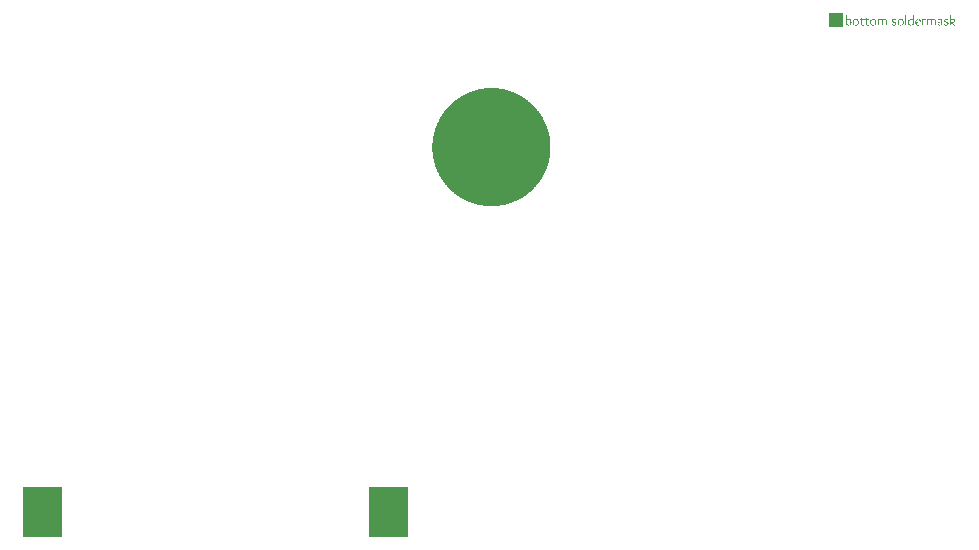
<source format=gbs>
G04                                                      *
G04 Greetings!                                           *
G04 This Gerber was generated by PCBmodE, an open source *
G04 PCB design software. Get it here:                    *
G04                                                      *
G04   http://pcbmode.com                                 *
G04                                                      *
G04 Also visit                                           *
G04                                                      *
G04   http://boldport.com                                *
G04                                                      *
G04 and follow @boldport / @pcbmode for updates!         *
G04                                                      *

G04 leading zeros omitted (L); absolute data (A); 6 integer digits and 6 fractional digits *
%FSLAX66Y66*%

G04 mode (MO): millimeters (MM) *
%MOMM*%

G04 Aperture definitions *
%ADD10C,0.001X*%
%ADD11C,0.001X*%

%LPD*%
G36*
G01X65754703Y-50496785D02*
G01X62504703Y-50496785D01*
G01X62504703Y-54746785D01*
G01X65754703Y-54746785D01*
G01X65754703Y-50496785D01*
G37*
G36*
G01X33204703Y-54746785D02*
G01X36454703Y-54746785D01*
G01X36454703Y-50496785D01*
G01X33204703Y-50496785D01*
G01X33204703Y-54746785D01*
G37*
G36*
G01X72836896Y-26735612D02*
G01X72836896Y-26735612D01*
G01X72754212Y-26734943D01*
G01X72671852Y-26732940D01*
G01X72589826Y-26729615D01*
G01X72508145Y-26724977D01*
G01X72426819Y-26719038D01*
G01X72345857Y-26711806D01*
G01X72265272Y-26703294D01*
G01X72185072Y-26693510D01*
G01X72105268Y-26682466D01*
G01X72025870Y-26670171D01*
G01X71946889Y-26656636D01*
G01X71868336Y-26641871D01*
G01X71790219Y-26625886D01*
G01X71712550Y-26608692D01*
G01X71635338Y-26590299D01*
G01X71558595Y-26570717D01*
G01X71482330Y-26549957D01*
G01X71406554Y-26528029D01*
G01X71331277Y-26504943D01*
G01X71256510Y-26480709D01*
G01X71182261Y-26455338D01*
G01X71108543Y-26428840D01*
G01X71035365Y-26401226D01*
G01X70962737Y-26372505D01*
G01X70890671Y-26342688D01*
G01X70819175Y-26311785D01*
G01X70748261Y-26279807D01*
G01X70677938Y-26246763D01*
G01X70608217Y-26212665D01*
G01X70539108Y-26177522D01*
G01X70470622Y-26141344D01*
G01X70402769Y-26104143D01*
G01X70335559Y-26065928D01*
G01X70269003Y-26026709D01*
G01X70203110Y-25986498D01*
G01X70137891Y-25945303D01*
G01X70073356Y-25903136D01*
G01X70009516Y-25860007D01*
G01X69946381Y-25815925D01*
G01X69883961Y-25770903D01*
G01X69822267Y-25724948D01*
G01X69761308Y-25678073D01*
G01X69701096Y-25630287D01*
G01X69641639Y-25581600D01*
G01X69582950Y-25532023D01*
G01X69525037Y-25481566D01*
G01X69467912Y-25430240D01*
G01X69411584Y-25378054D01*
G01X69356064Y-25325020D01*
G01X69301362Y-25271146D01*
G01X69247489Y-25216445D01*
G01X69194454Y-25160925D01*
G01X69142269Y-25104597D01*
G01X69090942Y-25047472D01*
G01X69040486Y-24989559D01*
G01X68990909Y-24930869D01*
G01X68942222Y-24871413D01*
G01X68894436Y-24811201D01*
G01X68847561Y-24750242D01*
G01X68801606Y-24688548D01*
G01X68756583Y-24626128D01*
G01X68712502Y-24562993D01*
G01X68669373Y-24499153D01*
G01X68627206Y-24434618D01*
G01X68586011Y-24369399D01*
G01X68545800Y-24303506D01*
G01X68506581Y-24236950D01*
G01X68468366Y-24169740D01*
G01X68431165Y-24101886D01*
G01X68394987Y-24033400D01*
G01X68359844Y-23964292D01*
G01X68325746Y-23894571D01*
G01X68292702Y-23824248D01*
G01X68260724Y-23753334D01*
G01X68229821Y-23681838D01*
G01X68200004Y-23609771D01*
G01X68171283Y-23537144D01*
G01X68143668Y-23463966D01*
G01X68117171Y-23390247D01*
G01X68091800Y-23315999D01*
G01X68067566Y-23241231D01*
G01X68044480Y-23165954D01*
G01X68022551Y-23090178D01*
G01X68001791Y-23013914D01*
G01X67982210Y-22937170D01*
G01X67963817Y-22859959D01*
G01X67946623Y-22782290D01*
G01X67930638Y-22704173D01*
G01X67915873Y-22625619D01*
G01X67902338Y-22546638D01*
G01X67890043Y-22467241D01*
G01X67878999Y-22387437D01*
G01X67869215Y-22307237D01*
G01X67860702Y-22226651D01*
G01X67853471Y-22145690D01*
G01X67847532Y-22064364D01*
G01X67842894Y-21982683D01*
G01X67839569Y-21900657D01*
G01X67837566Y-21818297D01*
G01X67836896Y-21735613D01*
G01X67836896Y-21735613D01*
G01X67836896Y-21735612D01*
G01X67837566Y-21652928D01*
G01X67839569Y-21570568D01*
G01X67842894Y-21488542D01*
G01X67847532Y-21406861D01*
G01X67853471Y-21325535D01*
G01X67860702Y-21244574D01*
G01X67869215Y-21163988D01*
G01X67878999Y-21083788D01*
G01X67890043Y-21003984D01*
G01X67902338Y-20924587D01*
G01X67915873Y-20845606D01*
G01X67930638Y-20767052D01*
G01X67946623Y-20688935D01*
G01X67963817Y-20611266D01*
G01X67982210Y-20534055D01*
G01X68001791Y-20457311D01*
G01X68022551Y-20381047D01*
G01X68044480Y-20305271D01*
G01X68067566Y-20229994D01*
G01X68091800Y-20155226D01*
G01X68117171Y-20080978D01*
G01X68143668Y-20007259D01*
G01X68171283Y-19934081D01*
G01X68200004Y-19861454D01*
G01X68229821Y-19789387D01*
G01X68260724Y-19717891D01*
G01X68292702Y-19646977D01*
G01X68325746Y-19576654D01*
G01X68359844Y-19506933D01*
G01X68394987Y-19437825D01*
G01X68431165Y-19369339D01*
G01X68468366Y-19301485D01*
G01X68506581Y-19234275D01*
G01X68545800Y-19167719D01*
G01X68586011Y-19101826D01*
G01X68627206Y-19036607D01*
G01X68669373Y-18972072D01*
G01X68712502Y-18908232D01*
G01X68756583Y-18845097D01*
G01X68801606Y-18782677D01*
G01X68847561Y-18720983D01*
G01X68894436Y-18660024D01*
G01X68942222Y-18599812D01*
G01X68990909Y-18540356D01*
G01X69040486Y-18481666D01*
G01X69090942Y-18423753D01*
G01X69142269Y-18366628D01*
G01X69194454Y-18310300D01*
G01X69247489Y-18254780D01*
G01X69301362Y-18200079D01*
G01X69356064Y-18146205D01*
G01X69411584Y-18093171D01*
G01X69467912Y-18040985D01*
G01X69525037Y-17989659D01*
G01X69582950Y-17939202D01*
G01X69641639Y-17889625D01*
G01X69701096Y-17840938D01*
G01X69761308Y-17793152D01*
G01X69822267Y-17746277D01*
G01X69883961Y-17700322D01*
G01X69946381Y-17655300D01*
G01X70009516Y-17611218D01*
G01X70073356Y-17568089D01*
G01X70137891Y-17525922D01*
G01X70203110Y-17484727D01*
G01X70269003Y-17444516D01*
G01X70335559Y-17405297D01*
G01X70402769Y-17367082D01*
G01X70470622Y-17329881D01*
G01X70539108Y-17293703D01*
G01X70608217Y-17258560D01*
G01X70677938Y-17224462D01*
G01X70748261Y-17191418D01*
G01X70819175Y-17159440D01*
G01X70890671Y-17128537D01*
G01X70962737Y-17098720D01*
G01X71035365Y-17069999D01*
G01X71108543Y-17042385D01*
G01X71182261Y-17015887D01*
G01X71256510Y-16990516D01*
G01X71331277Y-16966282D01*
G01X71406554Y-16943196D01*
G01X71482330Y-16921268D01*
G01X71558595Y-16900508D01*
G01X71635338Y-16880926D01*
G01X71712550Y-16862533D01*
G01X71790219Y-16845339D01*
G01X71868336Y-16829354D01*
G01X71946889Y-16814589D01*
G01X72025870Y-16801054D01*
G01X72105268Y-16788759D01*
G01X72185072Y-16777715D01*
G01X72265272Y-16767931D01*
G01X72345857Y-16759419D01*
G01X72426819Y-16752187D01*
G01X72508145Y-16746248D01*
G01X72589826Y-16741610D01*
G01X72671852Y-16738285D01*
G01X72754212Y-16736282D01*
G01X72836896Y-16735613D01*
G01X72836896Y-16735613D01*
G01X72836896Y-16735612D01*
G01X72919580Y-16736282D01*
G01X73001941Y-16738285D01*
G01X73083966Y-16741610D01*
G01X73165648Y-16746248D01*
G01X73246974Y-16752187D01*
G01X73327935Y-16759419D01*
G01X73408521Y-16767931D01*
G01X73488721Y-16777715D01*
G01X73568525Y-16788759D01*
G01X73647922Y-16801054D01*
G01X73726903Y-16814589D01*
G01X73805457Y-16829354D01*
G01X73883574Y-16845339D01*
G01X73961243Y-16862533D01*
G01X74038454Y-16880926D01*
G01X74115197Y-16900508D01*
G01X74191462Y-16921268D01*
G01X74267238Y-16943196D01*
G01X74342515Y-16966282D01*
G01X74417283Y-16990516D01*
G01X74491531Y-17015887D01*
G01X74565249Y-17042385D01*
G01X74638428Y-17069999D01*
G01X74711055Y-17098720D01*
G01X74783122Y-17128537D01*
G01X74854618Y-17159440D01*
G01X74925532Y-17191418D01*
G01X74995855Y-17224462D01*
G01X75065576Y-17258560D01*
G01X75134684Y-17293703D01*
G01X75203170Y-17329881D01*
G01X75271023Y-17367082D01*
G01X75338233Y-17405297D01*
G01X75404790Y-17444516D01*
G01X75470683Y-17484727D01*
G01X75535902Y-17525922D01*
G01X75600436Y-17568089D01*
G01X75664276Y-17611218D01*
G01X75727411Y-17655300D01*
G01X75789831Y-17700322D01*
G01X75851526Y-17746277D01*
G01X75912484Y-17793152D01*
G01X75972697Y-17840938D01*
G01X76032153Y-17889625D01*
G01X76090843Y-17939202D01*
G01X76148755Y-17989659D01*
G01X76205881Y-18040985D01*
G01X76262208Y-18093171D01*
G01X76317728Y-18146205D01*
G01X76372430Y-18200079D01*
G01X76426304Y-18254780D01*
G01X76479338Y-18310300D01*
G01X76531524Y-18366628D01*
G01X76582850Y-18423753D01*
G01X76633307Y-18481666D01*
G01X76682884Y-18540356D01*
G01X76731570Y-18599812D01*
G01X76779357Y-18660024D01*
G01X76826232Y-18720983D01*
G01X76872186Y-18782677D01*
G01X76917209Y-18845097D01*
G01X76961291Y-18908232D01*
G01X77004420Y-18972072D01*
G01X77046587Y-19036607D01*
G01X77087781Y-19101826D01*
G01X77127993Y-19167719D01*
G01X77167212Y-19234275D01*
G01X77205427Y-19301485D01*
G01X77242628Y-19369339D01*
G01X77278805Y-19437825D01*
G01X77313948Y-19506933D01*
G01X77348047Y-19576654D01*
G01X77381090Y-19646977D01*
G01X77413069Y-19717891D01*
G01X77443972Y-19789387D01*
G01X77473789Y-19861454D01*
G01X77502510Y-19934081D01*
G01X77530124Y-20007259D01*
G01X77556622Y-20080978D01*
G01X77581993Y-20155226D01*
G01X77606227Y-20229994D01*
G01X77629313Y-20305271D01*
G01X77651241Y-20381047D01*
G01X77672001Y-20457311D01*
G01X77691583Y-20534055D01*
G01X77709976Y-20611266D01*
G01X77727170Y-20688935D01*
G01X77743155Y-20767052D01*
G01X77757920Y-20845606D01*
G01X77771455Y-20924587D01*
G01X77783750Y-21003984D01*
G01X77794794Y-21083788D01*
G01X77804578Y-21163988D01*
G01X77813090Y-21244574D01*
G01X77820321Y-21325535D01*
G01X77826261Y-21406861D01*
G01X77830898Y-21488542D01*
G01X77834224Y-21570568D01*
G01X77836226Y-21652928D01*
G01X77836896Y-21735612D01*
G01X77836896Y-21735612D01*
G01X77836896Y-21735612D01*
G01X77836226Y-21818297D01*
G01X77834224Y-21900657D01*
G01X77830898Y-21982683D01*
G01X77826261Y-22064364D01*
G01X77820321Y-22145690D01*
G01X77813090Y-22226651D01*
G01X77804578Y-22307237D01*
G01X77794794Y-22387437D01*
G01X77783750Y-22467241D01*
G01X77771455Y-22546638D01*
G01X77757920Y-22625619D01*
G01X77743155Y-22704173D01*
G01X77727170Y-22782290D01*
G01X77709976Y-22859959D01*
G01X77691583Y-22937170D01*
G01X77672001Y-23013914D01*
G01X77651241Y-23090178D01*
G01X77629313Y-23165954D01*
G01X77606227Y-23241231D01*
G01X77581993Y-23315999D01*
G01X77556622Y-23390247D01*
G01X77530124Y-23463966D01*
G01X77502510Y-23537144D01*
G01X77473789Y-23609771D01*
G01X77443972Y-23681838D01*
G01X77413069Y-23753334D01*
G01X77381090Y-23824248D01*
G01X77348047Y-23894571D01*
G01X77313948Y-23964292D01*
G01X77278805Y-24033400D01*
G01X77242628Y-24101886D01*
G01X77205427Y-24169740D01*
G01X77167212Y-24236950D01*
G01X77127993Y-24303506D01*
G01X77087781Y-24369399D01*
G01X77046587Y-24434618D01*
G01X77004420Y-24499153D01*
G01X76961291Y-24562993D01*
G01X76917209Y-24626128D01*
G01X76872186Y-24688548D01*
G01X76826232Y-24750242D01*
G01X76779357Y-24811201D01*
G01X76731570Y-24871413D01*
G01X76682884Y-24930869D01*
G01X76633307Y-24989559D01*
G01X76582850Y-25047472D01*
G01X76531524Y-25104597D01*
G01X76479338Y-25160925D01*
G01X76426304Y-25216445D01*
G01X76372430Y-25271146D01*
G01X76317728Y-25325020D01*
G01X76262208Y-25378054D01*
G01X76205881Y-25430240D01*
G01X76148755Y-25481566D01*
G01X76090843Y-25532023D01*
G01X76032153Y-25581600D01*
G01X75972697Y-25630287D01*
G01X75912484Y-25678073D01*
G01X75851526Y-25724948D01*
G01X75789831Y-25770903D01*
G01X75727411Y-25815925D01*
G01X75664276Y-25860007D01*
G01X75600436Y-25903136D01*
G01X75535902Y-25945303D01*
G01X75470683Y-25986498D01*
G01X75404790Y-26026709D01*
G01X75338233Y-26065928D01*
G01X75271023Y-26104143D01*
G01X75203170Y-26141344D01*
G01X75134684Y-26177522D01*
G01X75065576Y-26212665D01*
G01X74995855Y-26246763D01*
G01X74925532Y-26279807D01*
G01X74854618Y-26311785D01*
G01X74783122Y-26342688D01*
G01X74711055Y-26372505D01*
G01X74638428Y-26401226D01*
G01X74565249Y-26428840D01*
G01X74491531Y-26455338D01*
G01X74417283Y-26480709D01*
G01X74342515Y-26504943D01*
G01X74267238Y-26528029D01*
G01X74191462Y-26549957D01*
G01X74115197Y-26570717D01*
G01X74038454Y-26590299D01*
G01X73961243Y-26608692D01*
G01X73883574Y-26625886D01*
G01X73805457Y-26641871D01*
G01X73726903Y-26656636D01*
G01X73647922Y-26670171D01*
G01X73568525Y-26682466D01*
G01X73488721Y-26693510D01*
G01X73408521Y-26703294D01*
G01X73327935Y-26711806D01*
G01X73246974Y-26719038D01*
G01X73165648Y-26724977D01*
G01X73083966Y-26729615D01*
G01X73001941Y-26732940D01*
G01X72919580Y-26734943D01*
G01X72836896Y-26735612D01*
G01X72836896Y-26735612D01*
G37*
G36*
G01X101385567Y-10400000D02*
G01X102585567Y-10400000D01*
G01X102585567Y-11600000D01*
G01X101385567Y-11600000D01*
G01X101385567Y-10400000D01*
G37*
G36*
G01X102835567Y-10551758D02*
G01X102835567Y-10551758D01*
G01X102878926Y-10548242D01*
G01X102878926Y-10548242D01*
G01X102930317Y-10580441D01*
G01X102932832Y-10593946D01*
G01X102932832Y-10593946D01*
G01X102932549Y-10639271D01*
G01X102932007Y-10709544D01*
G01X102931666Y-10751774D01*
G01X102931661Y-10752442D01*
G01X102931661Y-10752442D01*
G01X102930926Y-10849262D01*
G01X102930589Y-10905763D01*
G01X102930494Y-10930552D01*
G01X102930489Y-10933789D01*
G01X102930489Y-10933789D01*
G01X102999169Y-10895803D01*
G01X103060519Y-10876985D01*
G01X103103171Y-10870602D01*
G01X103116231Y-10869922D01*
G01X103116231Y-10869922D01*
G01X103190418Y-10884603D01*
G01X103241760Y-10913966D01*
G01X103266556Y-10935988D01*
G01X103268282Y-10937891D01*
G01X103268282Y-10937891D01*
G01X103300990Y-10995499D01*
G01X103318385Y-11059369D01*
G01X103325303Y-11112879D01*
G01X103326579Y-11139408D01*
G01X103326582Y-11140039D01*
G01X103326582Y-11140039D01*
G01X103318524Y-11220456D01*
G01X103299888Y-11285638D01*
G01X103278986Y-11332513D01*
G01X103264128Y-11358014D01*
G01X103261543Y-11361817D01*
G01X103261543Y-11361817D01*
G01X103207279Y-11412276D01*
G01X103148091Y-11439112D01*
G01X103098897Y-11449784D01*
G01X103074620Y-11451752D01*
G01X103074043Y-11451758D01*
G01X103074043Y-11451758D01*
G01X102996274Y-11442491D01*
G01X102931316Y-11420725D01*
G01X102882522Y-11395511D01*
G01X102853247Y-11375900D01*
G01X102846114Y-11370313D01*
G01X102846114Y-11370313D01*
G01X102850178Y-11315825D01*
G01X102852751Y-11248428D01*
G01X102854172Y-11182494D01*
G01X102854776Y-11132394D01*
G01X102854903Y-11112500D01*
G01X102854903Y-11112500D01*
G01X102854903Y-11112500D01*
G01X102854430Y-11051138D01*
G01X102853253Y-10981754D01*
G01X102851734Y-10913244D01*
G01X102850237Y-10854502D01*
G01X102849124Y-10814425D01*
G01X102848750Y-10801660D01*
G01X102848750Y-10801660D01*
G01X102845017Y-10697258D01*
G01X102841452Y-10625481D01*
G01X102838436Y-10580914D01*
G01X102836347Y-10558145D01*
G01X102835567Y-10551758D01*
G01X102835567Y-10551758D01*
G37*
%LPC*%
G36*
G01X102929317Y-11322266D02*
G01X102929317Y-11322266D01*
G01X102994249Y-11363198D01*
G01X103050732Y-11380780D01*
G01X103082726Y-11384883D01*
G01X103085176Y-11384961D01*
G01X103085176Y-11384961D01*
G01X103153533Y-11365481D01*
G01X103192690Y-11330755D01*
G01X103203243Y-11315820D01*
G01X103203243Y-11315820D01*
G01X103228843Y-11249892D01*
G01X103239714Y-11189595D01*
G01X103242169Y-11154485D01*
G01X103242207Y-11151758D01*
G01X103242207Y-11151758D01*
G01X103232905Y-11069408D01*
G01X103214300Y-11016294D01*
G01X103200347Y-10992226D01*
G01X103199141Y-10990625D01*
G01X103199141Y-10990625D01*
G01X103141086Y-10948256D01*
G01X103096850Y-10937616D01*
G01X103091036Y-10937305D01*
G01X103089278Y-10937305D01*
G01X103089278Y-10937305D01*
G01X103019938Y-10950184D01*
G01X102965639Y-10976474D01*
G01X102935212Y-10997656D01*
G01X102931661Y-11000586D01*
G01X102931661Y-11000586D01*
G01X102932081Y-11059427D01*
G01X102932247Y-11077637D01*
G01X102932247Y-11077637D01*
G01X102932759Y-11151575D01*
G01X102932832Y-11178711D01*
G01X102932832Y-11178711D01*
G01X102932832Y-11178711D01*
G01X102931842Y-11261787D01*
G01X102930076Y-11309420D01*
G01X102929317Y-11322266D01*
G37*
%LPD*%
G36*
G01X103426778Y-11161719D02*
G01X103426778Y-11161719D01*
G01X103435708Y-11082536D01*
G01X103456358Y-11020209D01*
G01X103479519Y-10976534D01*
G01X103495984Y-10953309D01*
G01X103498848Y-10949903D01*
G01X103498848Y-10949903D01*
G01X103556206Y-10905032D01*
G01X103615589Y-10881168D01*
G01X103663632Y-10871678D01*
G01X103686971Y-10869927D01*
G01X103687520Y-10869922D01*
G01X103687520Y-10869922D01*
G01X103764012Y-10881531D01*
G01X103822470Y-10907514D01*
G01X103860755Y-10934603D01*
G01X103876728Y-10949529D01*
G01X103877071Y-10949903D01*
G01X103877071Y-10949903D01*
G01X103914786Y-11008263D01*
G01X103936243Y-11069947D01*
G01X103946027Y-11123218D01*
G01X103948724Y-11156341D01*
G01X103948848Y-11161719D01*
G01X103948848Y-11161719D01*
G01X103939204Y-11243996D01*
G01X103917257Y-11307610D01*
G01X103893488Y-11350637D01*
G01X103878375Y-11371151D01*
G01X103877071Y-11372656D01*
G01X103877071Y-11372656D01*
G01X103819707Y-11417034D01*
G01X103760030Y-11440636D01*
G01X103711625Y-11450022D01*
G01X103688075Y-11451753D01*
G01X103687520Y-11451758D01*
G01X103687520Y-11451758D01*
G01X103611643Y-11440276D01*
G01X103553439Y-11414579D01*
G01X103515194Y-11387788D01*
G01X103499192Y-11373026D01*
G01X103498848Y-11372656D01*
G01X103498848Y-11372656D01*
G01X103460979Y-11314758D01*
G01X103439434Y-11253337D01*
G01X103429610Y-11200185D01*
G01X103426902Y-11167095D01*
G01X103426778Y-11161719D01*
G37*
%LPC*%
G36*
G01X103511153Y-11144727D02*
G01X103511153Y-11144727D01*
G01X103520064Y-11222475D01*
G01X103538616Y-11279485D01*
G01X103554539Y-11311281D01*
G01X103557735Y-11316406D01*
G01X103557735Y-11316406D01*
G01X103611509Y-11364342D01*
G01X103663375Y-11382267D01*
G01X103687495Y-11384961D01*
G01X103687520Y-11384961D01*
G01X103687520Y-11384961D01*
G01X103761505Y-11369113D01*
G01X103805797Y-11340861D01*
G01X103818184Y-11328711D01*
G01X103818184Y-11328711D01*
G01X103850320Y-11267492D01*
G01X103862872Y-11209038D01*
G01X103865056Y-11179153D01*
G01X103865059Y-11178711D01*
G01X103865059Y-11178711D01*
G01X103855868Y-11100851D01*
G01X103836732Y-11043608D01*
G01X103820309Y-11011612D01*
G01X103817012Y-11006445D01*
G01X103817012Y-11006445D01*
G01X103762662Y-10958100D01*
G01X103711251Y-10940022D01*
G01X103687544Y-10937305D01*
G01X103687520Y-10937305D01*
G01X103687520Y-10937305D01*
G01X103613700Y-10953318D01*
G01X103569703Y-10981864D01*
G01X103557442Y-10994141D01*
G01X103557442Y-10994141D01*
G01X103525708Y-11055762D01*
G01X103513312Y-11114373D01*
G01X103511156Y-11144285D01*
G01X103511153Y-11144727D01*
G37*
%LPD*%
G36*
G01X104002754Y-10925000D02*
G01X104002754Y-10925000D01*
G01X104020625Y-10889844D01*
G01X104020625Y-10889844D01*
G01X104077632Y-10882279D01*
G01X104081856Y-10882227D01*
G01X104115840Y-10882227D01*
G01X104115840Y-10882227D01*
G01X104112349Y-10803459D01*
G01X104109021Y-10756480D01*
G01X104108223Y-10747461D01*
G01X104108223Y-10747461D01*
G01X104148067Y-10743946D01*
G01X104148067Y-10743946D01*
G01X104202338Y-10774866D01*
G01X104205489Y-10789649D01*
G01X104205489Y-10789649D01*
G01X104202864Y-10847961D01*
G01X104200801Y-10883399D01*
G01X104200801Y-10883399D01*
G01X104296565Y-10882392D01*
G01X104358711Y-10880176D01*
G01X104392293Y-10877960D01*
G01X104402364Y-10876953D01*
G01X104402364Y-10876953D01*
G01X104402364Y-10876953D01*
G01X104407051Y-10905078D01*
G01X104407051Y-10905078D01*
G01X104394454Y-10937305D01*
G01X104394454Y-10937305D01*
G01X104354317Y-10946680D01*
G01X104354317Y-10946680D01*
G01X104296372Y-10947499D01*
G01X104230870Y-10947806D01*
G01X104198492Y-10947852D01*
G01X104198457Y-10947852D01*
G01X104198457Y-10947852D01*
G01X104197359Y-11022049D01*
G01X104196672Y-11092726D01*
G01X104196300Y-11153446D01*
G01X104196146Y-11197770D01*
G01X104196114Y-11219260D01*
G01X104196114Y-11220313D01*
G01X104196114Y-11220313D01*
G01X104203039Y-11306013D01*
G01X104215068Y-11347473D01*
G01X104219551Y-11355957D01*
G01X104219551Y-11355957D01*
G01X104274619Y-11386067D01*
G01X104296895Y-11388477D01*
G01X104296895Y-11388477D01*
G01X104361531Y-11368680D01*
G01X104383028Y-11352149D01*
G01X104383028Y-11352149D01*
G01X104404707Y-11395508D01*
G01X104404707Y-11395508D01*
G01X104373975Y-11436064D01*
G01X104373653Y-11436231D01*
G01X104373653Y-11436231D01*
G01X104311945Y-11451092D01*
G01X104298067Y-11451758D01*
G01X104298067Y-11451758D01*
G01X104219795Y-11437881D01*
G01X104174002Y-11411304D01*
G01X104157348Y-11394604D01*
G01X104157149Y-11394336D01*
G01X104157149Y-11394336D01*
G01X104131259Y-11336490D01*
G01X104119359Y-11274443D01*
G01X104116009Y-11230731D01*
G01X104115840Y-11222656D01*
G01X104115840Y-11222656D01*
G01X104116938Y-11115258D01*
G01X104117625Y-11038130D01*
G01X104117998Y-10987148D01*
G01X104118152Y-10958190D01*
G01X104118184Y-10947132D01*
G01X104118184Y-10946680D01*
G01X104118184Y-10946680D01*
G01X104069157Y-10950417D01*
G01X104009309Y-10955223D01*
G01X104006270Y-10955469D01*
G01X104006270Y-10955469D01*
G01X104002754Y-10925000D01*
G37*
G36*
G01X104424629Y-10925000D02*
G01X104424629Y-10925000D01*
G01X104442500Y-10889844D01*
G01X104442500Y-10889844D01*
G01X104499507Y-10882279D01*
G01X104503731Y-10882227D01*
G01X104537715Y-10882227D01*
G01X104537715Y-10882227D01*
G01X104534224Y-10803459D01*
G01X104530896Y-10756480D01*
G01X104530098Y-10747461D01*
G01X104530098Y-10747461D01*
G01X104569942Y-10743946D01*
G01X104569942Y-10743946D01*
G01X104624213Y-10774866D01*
G01X104627364Y-10789649D01*
G01X104627364Y-10789649D01*
G01X104624739Y-10847961D01*
G01X104622676Y-10883399D01*
G01X104622676Y-10883399D01*
G01X104718440Y-10882392D01*
G01X104780586Y-10880176D01*
G01X104814168Y-10877960D01*
G01X104824239Y-10876953D01*
G01X104824239Y-10876953D01*
G01X104824239Y-10876953D01*
G01X104828926Y-10905078D01*
G01X104828926Y-10905078D01*
G01X104816329Y-10937305D01*
G01X104816329Y-10937305D01*
G01X104776192Y-10946680D01*
G01X104776192Y-10946680D01*
G01X104718247Y-10947499D01*
G01X104652745Y-10947806D01*
G01X104620367Y-10947852D01*
G01X104620332Y-10947852D01*
G01X104620332Y-10947852D01*
G01X104619234Y-11022049D01*
G01X104618547Y-11092726D01*
G01X104618175Y-11153446D01*
G01X104618021Y-11197770D01*
G01X104617989Y-11219260D01*
G01X104617989Y-11220313D01*
G01X104617989Y-11220313D01*
G01X104624914Y-11306013D01*
G01X104636943Y-11347473D01*
G01X104641426Y-11355957D01*
G01X104641426Y-11355957D01*
G01X104696494Y-11386067D01*
G01X104718770Y-11388477D01*
G01X104718770Y-11388477D01*
G01X104783406Y-11368680D01*
G01X104804903Y-11352149D01*
G01X104804903Y-11352149D01*
G01X104826582Y-11395508D01*
G01X104826582Y-11395508D01*
G01X104795850Y-11436064D01*
G01X104795528Y-11436231D01*
G01X104795528Y-11436231D01*
G01X104733820Y-11451092D01*
G01X104719942Y-11451758D01*
G01X104719942Y-11451758D01*
G01X104641670Y-11437881D01*
G01X104595877Y-11411304D01*
G01X104579223Y-11394604D01*
G01X104579024Y-11394336D01*
G01X104579024Y-11394336D01*
G01X104553134Y-11336490D01*
G01X104541234Y-11274443D01*
G01X104537884Y-11230731D01*
G01X104537715Y-11222656D01*
G01X104537715Y-11222656D01*
G01X104538813Y-11115258D01*
G01X104539500Y-11038130D01*
G01X104539873Y-10987148D01*
G01X104540027Y-10958190D01*
G01X104540059Y-10947132D01*
G01X104540059Y-10946680D01*
G01X104540059Y-10946680D01*
G01X104491032Y-10950417D01*
G01X104431184Y-10955223D01*
G01X104428145Y-10955469D01*
G01X104428145Y-10955469D01*
G01X104424629Y-10925000D01*
G37*
G36*
G01X104900411Y-11161719D02*
G01X104900411Y-11161719D01*
G01X104909340Y-11082536D01*
G01X104929991Y-11020209D01*
G01X104953152Y-10976534D01*
G01X104969617Y-10953309D01*
G01X104972481Y-10949903D01*
G01X104972481Y-10949903D01*
G01X105029839Y-10905032D01*
G01X105089222Y-10881168D01*
G01X105137265Y-10871678D01*
G01X105160603Y-10869927D01*
G01X105161153Y-10869922D01*
G01X105161153Y-10869922D01*
G01X105237645Y-10881531D01*
G01X105296103Y-10907514D01*
G01X105334387Y-10934603D01*
G01X105350361Y-10949529D01*
G01X105350704Y-10949903D01*
G01X105350704Y-10949903D01*
G01X105388419Y-11008263D01*
G01X105409876Y-11069947D01*
G01X105419660Y-11123218D01*
G01X105422357Y-11156341D01*
G01X105422481Y-11161719D01*
G01X105422481Y-11161719D01*
G01X105412836Y-11243996D01*
G01X105390890Y-11307610D01*
G01X105367120Y-11350637D01*
G01X105352008Y-11371151D01*
G01X105350704Y-11372656D01*
G01X105350704Y-11372656D01*
G01X105293340Y-11417034D01*
G01X105233663Y-11440636D01*
G01X105185258Y-11450022D01*
G01X105161708Y-11451753D01*
G01X105161153Y-11451758D01*
G01X105161153Y-11451758D01*
G01X105085275Y-11440276D01*
G01X105027072Y-11414579D01*
G01X104988827Y-11387788D01*
G01X104972825Y-11373026D01*
G01X104972481Y-11372656D01*
G01X104972481Y-11372656D01*
G01X104934612Y-11314758D01*
G01X104913067Y-11253337D01*
G01X104903243Y-11200185D01*
G01X104900535Y-11167095D01*
G01X104900411Y-11161719D01*
G37*
%LPC*%
G36*
G01X104984786Y-11144727D02*
G01X104984786Y-11144727D01*
G01X104993697Y-11222475D01*
G01X105012249Y-11279485D01*
G01X105028172Y-11311281D01*
G01X105031368Y-11316406D01*
G01X105031368Y-11316406D01*
G01X105085142Y-11364342D01*
G01X105137008Y-11382267D01*
G01X105161128Y-11384961D01*
G01X105161153Y-11384961D01*
G01X105161153Y-11384961D01*
G01X105235138Y-11369113D01*
G01X105279430Y-11340861D01*
G01X105291817Y-11328711D01*
G01X105291817Y-11328711D01*
G01X105323953Y-11267492D01*
G01X105336505Y-11209038D01*
G01X105338689Y-11179153D01*
G01X105338692Y-11178711D01*
G01X105338692Y-11178711D01*
G01X105329501Y-11100851D01*
G01X105310365Y-11043608D01*
G01X105293941Y-11011612D01*
G01X105290645Y-11006445D01*
G01X105290645Y-11006445D01*
G01X105236294Y-10958100D01*
G01X105184884Y-10940022D01*
G01X105161177Y-10937305D01*
G01X105161153Y-10937305D01*
G01X105161153Y-10937305D01*
G01X105087332Y-10953318D01*
G01X105043335Y-10981864D01*
G01X105031075Y-10994141D01*
G01X105031075Y-10994141D01*
G01X104999340Y-11055762D01*
G01X104986945Y-11114373D01*
G01X104984789Y-11144285D01*
G01X104984786Y-11144727D01*
G37*
%LPD*%
G36*
G01X105548457Y-10888086D02*
G01X105548457Y-10888086D01*
G01X105591817Y-10878711D01*
G01X105591817Y-10878711D01*
G01X105641876Y-10913061D01*
G01X105646895Y-10938477D01*
G01X105646895Y-10938477D01*
G01X105704976Y-10902661D01*
G01X105735372Y-10889258D01*
G01X105735372Y-10889258D01*
G01X105735372Y-10889258D01*
G01X105804512Y-10872339D01*
G01X105834981Y-10869922D01*
G01X105834981Y-10869922D01*
G01X105834981Y-10869922D01*
G01X105909381Y-10887746D01*
G01X105951959Y-10922645D01*
G01X105968056Y-10946760D01*
G01X105968575Y-10947852D01*
G01X105968575Y-10947852D01*
G01X106022533Y-10910024D01*
G01X106058491Y-10893018D01*
G01X106059102Y-10892774D01*
G01X106059102Y-10892774D01*
G01X106129630Y-10873724D01*
G01X106167463Y-10869945D01*
G01X106168965Y-10869922D01*
G01X106168965Y-10869922D01*
G01X106239296Y-10886395D01*
G01X106272996Y-10908464D01*
G01X106274727Y-10910059D01*
G01X106274727Y-10910059D01*
G01X106305267Y-10967715D01*
G01X106314734Y-11023621D01*
G01X106315450Y-11039258D01*
G01X106315450Y-11039258D01*
G01X106314180Y-11093473D01*
G01X106313399Y-11125684D01*
G01X106313399Y-11125684D01*
G01X106311791Y-11206867D01*
G01X106311365Y-11247943D01*
G01X106311348Y-11253125D01*
G01X106311348Y-11253125D01*
G01X106315271Y-11335728D01*
G01X106323439Y-11395697D01*
G01X106330449Y-11428864D01*
G01X106331856Y-11434180D01*
G01X106331856Y-11434180D01*
G01X106284981Y-11443555D01*
G01X106284981Y-11443555D01*
G01X106240157Y-11429785D01*
G01X106240157Y-11429785D01*
G01X106226387Y-11382617D01*
G01X106226387Y-11382617D01*
G01X106226387Y-11382617D01*
G01X106227191Y-11325627D01*
G01X106228766Y-11259183D01*
G01X106229854Y-11219106D01*
G01X106229903Y-11217383D01*
G01X106229903Y-11217383D01*
G01X106232453Y-11122209D01*
G01X106233323Y-11079964D01*
G01X106233418Y-11071485D01*
G01X106233418Y-11071485D01*
G01X106220620Y-10998205D01*
G01X106205585Y-10970472D01*
G01X106205293Y-10970117D01*
G01X106205293Y-10970117D01*
G01X106148566Y-10939251D01*
G01X106131465Y-10937305D01*
G01X106131465Y-10937305D01*
G01X106066553Y-10951778D01*
G01X106012049Y-10980117D01*
G01X105983770Y-10999699D01*
G01X105982637Y-11000586D01*
G01X105982637Y-11000586D01*
G01X105983825Y-11092196D01*
G01X105984524Y-11161413D01*
G01X105984862Y-11208792D01*
G01X105984971Y-11234885D01*
G01X105984981Y-11240820D01*
G01X105984981Y-11240820D01*
G01X105986258Y-11323826D01*
G01X105989018Y-11387692D01*
G01X105991654Y-11427534D01*
G01X105992598Y-11438867D01*
G01X105992598Y-11438867D01*
G01X105951582Y-11442383D01*
G01X105951582Y-11442383D01*
G01X105900191Y-11410185D01*
G01X105897676Y-11396680D01*
G01X105897676Y-11396680D01*
G01X105899434Y-11348340D01*
G01X105899434Y-11348340D01*
G01X105901295Y-11284405D01*
G01X105902276Y-11234466D01*
G01X105902364Y-11229102D01*
G01X105902364Y-11229102D01*
G01X105903167Y-11157458D01*
G01X105903481Y-11099250D01*
G01X105903536Y-11071873D01*
G01X105903536Y-11071485D01*
G01X105903536Y-11071485D01*
G01X105884621Y-10989503D01*
G01X105844487Y-10950365D01*
G01X105808042Y-10938225D01*
G01X105798067Y-10937305D01*
G01X105798067Y-10937305D01*
G01X105733941Y-10952449D01*
G01X105679758Y-10982099D01*
G01X105651543Y-11002588D01*
G01X105650411Y-11003516D01*
G01X105650411Y-11003516D01*
G01X105651642Y-11098562D01*
G01X105652343Y-11168585D01*
G01X105652662Y-11214595D01*
G01X105652750Y-11237604D01*
G01X105652754Y-11240820D01*
G01X105652754Y-11240820D01*
G01X105653933Y-11323826D01*
G01X105656481Y-11387692D01*
G01X105658914Y-11427534D01*
G01X105659786Y-11438867D01*
G01X105659786Y-11438867D01*
G01X105619356Y-11442383D01*
G01X105619356Y-11442383D01*
G01X105567965Y-11410185D01*
G01X105565450Y-11396680D01*
G01X105565450Y-11396680D01*
G01X105567220Y-11341907D01*
G01X105568379Y-11308496D01*
G01X105568379Y-11308496D01*
G01X105570347Y-11233533D01*
G01X105571148Y-11173688D01*
G01X105571308Y-11143569D01*
G01X105571309Y-11142383D01*
G01X105571309Y-11142383D01*
G01X105568932Y-11040336D01*
G01X105563265Y-10967821D01*
G01X105556501Y-10920899D01*
G01X105550834Y-10895633D01*
G01X105548457Y-10888086D01*
G01X105548457Y-10888086D01*
G37*
G36*
G01X106727950Y-11356250D02*
G01X106727950Y-11356250D01*
G01X106765927Y-11312147D01*
G01X106781856Y-11305860D01*
G01X106781856Y-11305860D01*
G01X106822757Y-11355156D01*
G01X106838985Y-11364746D01*
G01X106838985Y-11364746D01*
G01X106905137Y-11382726D01*
G01X106934200Y-11384961D01*
G01X106934200Y-11384961D01*
G01X107001708Y-11370817D01*
G01X107017696Y-11362110D01*
G01X107017696Y-11362110D01*
G01X107048012Y-11307234D01*
G01X107049629Y-11291211D01*
G01X107049629Y-11291211D01*
G01X107022331Y-11239434D01*
G01X107017696Y-11236133D01*
G01X107017696Y-11236133D01*
G01X106957580Y-11211152D01*
G01X106940352Y-11206543D01*
G01X106940352Y-11206543D01*
G01X106873774Y-11189578D01*
G01X106849239Y-11182520D01*
G01X106849239Y-11182520D01*
G01X106790879Y-11149265D01*
G01X106771602Y-11130371D01*
G01X106771602Y-11130371D01*
G01X106744423Y-11068910D01*
G01X106739675Y-11029376D01*
G01X106739668Y-11028711D01*
G01X106739668Y-11028711D01*
G01X106759663Y-10961198D01*
G01X106792512Y-10921881D01*
G01X106801485Y-10914453D01*
G01X106801485Y-10914453D01*
G01X106866429Y-10882725D01*
G01X106920373Y-10871381D01*
G01X106941231Y-10869922D01*
G01X106941231Y-10869922D01*
G01X107009848Y-10880263D01*
G01X107049429Y-10894116D01*
G01X107051680Y-10895117D01*
G01X107051680Y-10895117D01*
G01X107100604Y-10942792D01*
G01X107105879Y-10964844D01*
G01X107105879Y-10964844D01*
G01X107067902Y-11009530D01*
G01X107051973Y-11015235D01*
G01X107051973Y-11015235D01*
G01X107011056Y-10967443D01*
G01X106997774Y-10958985D01*
G01X106997774Y-10958985D01*
G01X106933378Y-10939029D01*
G01X106912520Y-10937305D01*
G01X106912520Y-10937305D01*
G01X106850710Y-10953897D01*
G01X106841622Y-10959570D01*
G01X106841622Y-10959570D01*
G01X106812546Y-11012932D01*
G01X106811739Y-11022266D01*
G01X106811739Y-11022266D01*
G01X106838683Y-11074753D01*
G01X106843672Y-11078516D01*
G01X106843672Y-11078516D01*
G01X106902988Y-11104735D01*
G01X106921016Y-11109863D01*
G01X106921016Y-11109863D01*
G01X106986617Y-11127082D01*
G01X107012129Y-11134473D01*
G01X107012129Y-11134473D01*
G01X107071263Y-11167077D01*
G01X107089766Y-11184278D01*
G01X107089766Y-11184278D01*
G01X107117708Y-11244812D01*
G01X107121700Y-11278320D01*
G01X107121700Y-11278320D01*
G01X107121700Y-11278320D01*
G01X107105278Y-11350720D01*
G01X107075266Y-11394045D01*
G01X107060469Y-11407520D01*
G01X107060469Y-11407520D01*
G01X106996154Y-11438453D01*
G01X106939899Y-11450019D01*
G01X106914889Y-11451758D01*
G01X106914864Y-11451758D01*
G01X106914864Y-11451758D01*
G01X106840693Y-11442850D01*
G01X106794048Y-11428216D01*
G01X106784786Y-11424219D01*
G01X106784786Y-11424219D01*
G01X106733482Y-11376725D01*
G01X106727950Y-11356250D01*
G37*
G36*
G01X107224239Y-11161719D02*
G01X107224239Y-11161719D01*
G01X107233169Y-11082536D01*
G01X107253819Y-11020209D01*
G01X107276980Y-10976534D01*
G01X107293445Y-10953309D01*
G01X107296309Y-10949903D01*
G01X107296309Y-10949903D01*
G01X107353667Y-10905032D01*
G01X107413050Y-10881168D01*
G01X107461093Y-10871678D01*
G01X107484432Y-10869927D01*
G01X107484981Y-10869922D01*
G01X107484981Y-10869922D01*
G01X107561473Y-10881531D01*
G01X107619931Y-10907514D01*
G01X107658216Y-10934603D01*
G01X107674189Y-10949529D01*
G01X107674532Y-10949903D01*
G01X107674532Y-10949903D01*
G01X107712247Y-11008263D01*
G01X107733704Y-11069947D01*
G01X107743488Y-11123218D01*
G01X107746185Y-11156341D01*
G01X107746309Y-11161719D01*
G01X107746309Y-11161719D01*
G01X107736665Y-11243996D01*
G01X107714718Y-11307610D01*
G01X107690948Y-11350637D01*
G01X107675836Y-11371151D01*
G01X107674532Y-11372656D01*
G01X107674532Y-11372656D01*
G01X107617168Y-11417034D01*
G01X107557491Y-11440636D01*
G01X107509086Y-11450022D01*
G01X107485536Y-11451753D01*
G01X107484981Y-11451758D01*
G01X107484981Y-11451758D01*
G01X107409103Y-11440276D01*
G01X107350900Y-11414579D01*
G01X107312655Y-11387788D01*
G01X107296653Y-11373026D01*
G01X107296309Y-11372656D01*
G01X107296309Y-11372656D01*
G01X107258440Y-11314758D01*
G01X107236895Y-11253337D01*
G01X107227071Y-11200185D01*
G01X107224363Y-11167095D01*
G01X107224239Y-11161719D01*
G37*
%LPC*%
G36*
G01X107308614Y-11144727D02*
G01X107308614Y-11144727D01*
G01X107317525Y-11222475D01*
G01X107336077Y-11279485D01*
G01X107352000Y-11311281D01*
G01X107355196Y-11316406D01*
G01X107355196Y-11316406D01*
G01X107408970Y-11364342D01*
G01X107460836Y-11382267D01*
G01X107484956Y-11384961D01*
G01X107484981Y-11384961D01*
G01X107484981Y-11384961D01*
G01X107558966Y-11369113D01*
G01X107603258Y-11340861D01*
G01X107615645Y-11328711D01*
G01X107615645Y-11328711D01*
G01X107647781Y-11267492D01*
G01X107660333Y-11209038D01*
G01X107662517Y-11179153D01*
G01X107662520Y-11178711D01*
G01X107662520Y-11178711D01*
G01X107653329Y-11100851D01*
G01X107634193Y-11043608D01*
G01X107617769Y-11011612D01*
G01X107614473Y-11006445D01*
G01X107614473Y-11006445D01*
G01X107560123Y-10958100D01*
G01X107508712Y-10940022D01*
G01X107485005Y-10937305D01*
G01X107484981Y-10937305D01*
G01X107484981Y-10937305D01*
G01X107411160Y-10953318D01*
G01X107367164Y-10981864D01*
G01X107354903Y-10994141D01*
G01X107354903Y-10994141D01*
G01X107323168Y-11055762D01*
G01X107310773Y-11114373D01*
G01X107308617Y-11144285D01*
G01X107308614Y-11144727D01*
G37*
%LPD*%
G36*
G01X107872286Y-10551758D02*
G01X107872286Y-10551758D01*
G01X107914473Y-10548242D01*
G01X107914473Y-10548242D01*
G01X107966761Y-10579805D01*
G01X107969551Y-10593946D01*
G01X107969551Y-10593946D01*
G01X107968011Y-10650687D01*
G01X107967793Y-10658106D01*
G01X107967793Y-10658106D01*
G01X107965951Y-10722525D01*
G01X107964260Y-10783741D01*
G01X107963411Y-10814969D01*
G01X107963399Y-10815430D01*
G01X107963399Y-10815430D01*
G01X107961831Y-10889936D01*
G01X107961054Y-10954009D01*
G01X107960790Y-10997454D01*
G01X107960762Y-11010547D01*
G01X107960762Y-11197461D01*
G01X107960762Y-11197461D01*
G01X107963362Y-11287058D01*
G01X107969469Y-11355210D01*
G01X107976544Y-11402177D01*
G01X107982046Y-11428221D01*
G01X107983614Y-11434180D01*
G01X107983614Y-11434180D01*
G01X107938497Y-11443555D01*
G01X107938497Y-11443555D01*
G01X107892207Y-11429199D01*
G01X107892207Y-11429199D01*
G01X107879317Y-11381445D01*
G01X107879317Y-11381445D01*
G01X107879317Y-11381445D01*
G01X107879615Y-11331353D01*
G01X107880174Y-11263978D01*
G01X107880488Y-11228847D01*
G01X107880489Y-11228809D01*
G01X107880489Y-11228809D01*
G01X107881205Y-11139596D01*
G01X107881547Y-11078343D01*
G01X107881653Y-11044946D01*
G01X107881661Y-11038086D01*
G01X107881661Y-10898633D01*
G01X107881661Y-10898633D01*
G01X107881091Y-10785547D01*
G01X107879636Y-10698902D01*
G01X107877674Y-10635551D01*
G01X107875586Y-10592352D01*
G01X107873750Y-10566159D01*
G01X107872548Y-10553829D01*
G01X107872286Y-10551758D01*
G37*
G36*
G01X108109590Y-11161719D02*
G01X108109590Y-11161719D01*
G01X108118738Y-11083079D01*
G01X108139892Y-11020935D01*
G01X108163618Y-10977231D01*
G01X108180484Y-10953916D01*
G01X108183418Y-10950488D01*
G01X108183418Y-10950488D01*
G01X108242397Y-10903911D01*
G01X108300166Y-10879993D01*
G01X108344093Y-10871181D01*
G01X108361543Y-10869922D01*
G01X108361543Y-10869922D01*
G01X108361543Y-10869922D01*
G01X108432807Y-10881478D01*
G01X108484496Y-10902078D01*
G01X108500997Y-10910938D01*
G01X108500997Y-10910938D01*
G01X108502859Y-10832337D01*
G01X108503327Y-10790690D01*
G01X108503340Y-10786133D01*
G01X108503340Y-10786133D01*
G01X108502179Y-10697803D01*
G01X108499492Y-10628815D01*
G01X108496480Y-10580819D01*
G01X108494338Y-10555460D01*
G01X108493965Y-10551758D01*
G01X108493965Y-10551758D01*
G01X108536739Y-10548242D01*
G01X108536739Y-10548242D01*
G01X108588130Y-10580441D01*
G01X108590645Y-10593946D01*
G01X108590645Y-10593946D01*
G01X108590146Y-10635266D01*
G01X108588939Y-10698801D01*
G01X108587458Y-10768058D01*
G01X108586137Y-10826542D01*
G01X108585410Y-10857760D01*
G01X108585372Y-10859375D01*
G01X108585372Y-10859375D01*
G01X108583224Y-10956055D01*
G01X108581756Y-11033567D01*
G01X108580840Y-11092908D01*
G01X108580344Y-11135069D01*
G01X108580140Y-11161044D01*
G01X108580098Y-11171827D01*
G01X108580098Y-11172266D01*
G01X108580098Y-11172266D01*
G01X108582259Y-11271980D01*
G01X108587490Y-11344798D01*
G01X108593908Y-11393903D01*
G01X108599633Y-11422479D01*
G01X108602784Y-11433709D01*
G01X108602950Y-11434180D01*
G01X108602950Y-11434180D01*
G01X108557247Y-11443555D01*
G01X108557247Y-11443555D01*
G01X108509446Y-11407438D01*
G01X108504512Y-11383789D01*
G01X108504512Y-11383789D01*
G01X108441441Y-11427431D01*
G01X108386098Y-11446722D01*
G01X108352717Y-11451609D01*
G01X108348653Y-11451758D01*
G01X108347481Y-11451758D01*
G01X108347481Y-11451758D01*
G01X108276055Y-11437047D01*
G01X108221046Y-11405831D01*
G01X108187854Y-11377485D01*
G01X108180489Y-11369727D01*
G01X108180489Y-11369727D01*
G01X108141958Y-11308219D01*
G01X108120754Y-11245167D01*
G01X108111702Y-11192976D01*
G01X108109627Y-11164051D01*
G01X108109590Y-11161719D01*
G37*
%LPC*%
G36*
G01X108193965Y-11144727D02*
G01X108193965Y-11144727D01*
G01X108203605Y-11224678D01*
G01X108223674Y-11282701D01*
G01X108240899Y-11314782D01*
G01X108244356Y-11319922D01*
G01X108244356Y-11319922D01*
G01X108301049Y-11369650D01*
G01X108349430Y-11386626D01*
G01X108366231Y-11388477D01*
G01X108366231Y-11388477D01*
G01X108432081Y-11371007D01*
G01X108481081Y-11338308D01*
G01X108500977Y-11319942D01*
G01X108500997Y-11319922D01*
G01X108500997Y-11319922D01*
G01X108500092Y-11198073D01*
G01X108499457Y-11108304D01*
G01X108499043Y-11045833D01*
G01X108498803Y-11005878D01*
G01X108498689Y-10983658D01*
G01X108498655Y-10974391D01*
G01X108498653Y-10973047D01*
G01X108498653Y-10973047D01*
G01X108429102Y-10945418D01*
G01X108383105Y-10937685D01*
G01X108375020Y-10937305D01*
G01X108375020Y-10937305D01*
G01X108302277Y-10952548D01*
G01X108257096Y-10980406D01*
G01X108242598Y-10994141D01*
G01X108242598Y-10994141D01*
G01X108209257Y-11055762D01*
G01X108196234Y-11114373D01*
G01X108193968Y-11144285D01*
G01X108193965Y-11144727D01*
G37*
%LPD*%
G36*
G01X108728340Y-11164063D02*
G01X108728340Y-11164063D01*
G01X108738250Y-11080118D01*
G01X108761167Y-11015904D01*
G01X108786871Y-10972096D01*
G01X108805142Y-10949366D01*
G01X108808321Y-10946094D01*
G01X108808321Y-10946094D01*
G01X108871405Y-10902057D01*
G01X108932210Y-10879444D01*
G01X108978018Y-10871112D01*
G01X108996114Y-10869922D01*
G01X108996114Y-10869922D01*
G01X108996114Y-10869922D01*
G01X109071585Y-10883294D01*
G01X109118525Y-10907131D01*
G01X109132051Y-10917383D01*
G01X109132051Y-10917383D01*
G01X109172936Y-10977074D01*
G01X109183782Y-11021689D01*
G01X109184200Y-11028711D01*
G01X109184200Y-11028711D01*
G01X109172667Y-11094658D01*
G01X109167500Y-11106641D01*
G01X109167500Y-11106641D01*
G01X109127991Y-11152543D01*
G01X109123848Y-11155567D01*
G01X109123848Y-11155567D01*
G01X109064730Y-11178781D01*
G01X109045918Y-11183106D01*
G01X109045918Y-11183106D01*
G01X108976705Y-11192737D01*
G01X108945723Y-11195117D01*
G01X108945723Y-11195117D01*
G01X108945723Y-11195117D01*
G01X108880571Y-11196929D01*
G01X108826701Y-11197436D01*
G01X108816231Y-11197461D01*
G01X108816231Y-11197461D01*
G01X108834304Y-11272424D01*
G01X108857513Y-11319207D01*
G01X108868086Y-11334278D01*
G01X108868086Y-11334278D01*
G01X108924891Y-11372882D01*
G01X108974594Y-11384260D01*
G01X108986153Y-11384961D01*
G01X108986153Y-11384961D01*
G01X109061544Y-11368147D01*
G01X109102358Y-11337417D01*
G01X109113887Y-11322266D01*
G01X109113887Y-11322266D01*
G01X109160051Y-11364978D01*
G01X109161348Y-11372656D01*
G01X109161348Y-11372656D01*
G01X109126037Y-11420160D01*
G01X109106856Y-11430078D01*
G01X109106856Y-11430078D01*
G01X109038862Y-11447305D01*
G01X108991062Y-11451632D01*
G01X108984981Y-11451758D01*
G01X108984981Y-11451758D01*
G01X108908388Y-11440634D01*
G01X108850142Y-11416162D01*
G01X108813100Y-11391690D01*
G01X108800118Y-11380567D01*
G01X108800118Y-11380567D01*
G01X108800118Y-11380567D01*
G01X108762402Y-11325154D01*
G01X108740946Y-11262237D01*
G01X108731161Y-11205832D01*
G01X108728464Y-11169961D01*
G01X108728340Y-11164063D01*
G37*
%LPC*%
G36*
G01X108815059Y-11137695D02*
G01X108815059Y-11137695D01*
G01X108885318Y-11136953D01*
G01X108901192Y-11136524D01*
G01X108901192Y-11136524D01*
G01X108964151Y-11130895D01*
G01X108976778Y-11129199D01*
G01X108976778Y-11129199D01*
G01X109037850Y-11114272D01*
G01X109042989Y-11112207D01*
G01X109042989Y-11112207D01*
G01X109084251Y-11081206D01*
G01X109084297Y-11081153D01*
G01X109084297Y-11081153D01*
G01X109101577Y-11031481D01*
G01X109101582Y-11031055D01*
G01X109101582Y-11031055D01*
G01X109078428Y-10973321D01*
G01X109069942Y-10964258D01*
G01X109069942Y-10964258D01*
G01X109010785Y-10938071D01*
G01X108991426Y-10936133D01*
G01X108991426Y-10936133D01*
G01X108921605Y-10951361D01*
G01X108878192Y-10977100D01*
G01X108868379Y-10985352D01*
G01X108868379Y-10985352D01*
G01X108833613Y-11041988D01*
G01X108818614Y-11101638D01*
G01X108815109Y-11136233D01*
G01X108815059Y-11137695D01*
G37*
%LPD*%
G36*
G01X109310176Y-10882227D02*
G01X109310176Y-10882227D01*
G01X109351192Y-10878711D01*
G01X109351192Y-10878711D01*
G01X109400728Y-10911728D01*
G01X109402754Y-10923828D01*
G01X109402754Y-10923828D01*
G01X109402168Y-10940235D01*
G01X109402168Y-10940235D01*
G01X109401582Y-10966016D01*
G01X109401582Y-10966016D01*
G01X109445739Y-10916128D01*
G01X109465743Y-10899512D01*
G01X109465743Y-10899512D01*
G01X109527985Y-10871961D01*
G01X109545137Y-10869922D01*
G01X109545137Y-10869922D01*
G01X109588497Y-10882520D01*
G01X109588497Y-10882520D01*
G01X109604317Y-10916797D01*
G01X109604317Y-10916797D01*
G01X109581942Y-10968479D01*
G01X109580293Y-10970703D01*
G01X109580293Y-10970703D01*
G01X109526130Y-10948063D01*
G01X109522286Y-10947852D01*
G01X109522286Y-10947852D01*
G01X109463897Y-10968188D01*
G01X109455196Y-10974219D01*
G01X109455196Y-10974219D01*
G01X109410902Y-11023903D01*
G01X109398653Y-11043945D01*
G01X109398653Y-11043945D01*
G01X109397833Y-11100994D01*
G01X109397527Y-11164820D01*
G01X109397481Y-11196256D01*
G01X109397481Y-11196289D01*
G01X109397481Y-11196289D01*
G01X109400081Y-11286941D01*
G01X109406188Y-11355478D01*
G01X109413262Y-11402421D01*
G01X109418765Y-11428291D01*
G01X109420332Y-11434180D01*
G01X109420332Y-11434180D01*
G01X109374629Y-11443555D01*
G01X109374629Y-11443555D01*
G01X109328047Y-11428028D01*
G01X109328047Y-11428028D01*
G01X109328047Y-11428028D01*
G01X109316044Y-11375868D01*
G01X109316036Y-11375000D01*
G01X109316036Y-11375000D01*
G01X109316674Y-11316641D01*
G01X109317207Y-11280371D01*
G01X109317207Y-11280371D01*
G01X109318162Y-11202329D01*
G01X109318376Y-11165347D01*
G01X109318379Y-11162891D01*
G01X109318379Y-11162891D01*
G01X109317678Y-11076548D01*
G01X109315955Y-11004012D01*
G01X109313787Y-10946904D01*
G01X109311745Y-10906844D01*
G01X109310406Y-10885450D01*
G01X109310176Y-10882227D01*
G37*
G36*
G01X109688106Y-10888086D02*
G01X109688106Y-10888086D01*
G01X109731465Y-10878711D01*
G01X109731465Y-10878711D01*
G01X109781524Y-10913061D01*
G01X109786543Y-10938477D01*
G01X109786543Y-10938477D01*
G01X109844624Y-10902661D01*
G01X109875020Y-10889258D01*
G01X109875020Y-10889258D01*
G01X109875020Y-10889258D01*
G01X109944161Y-10872339D01*
G01X109974629Y-10869922D01*
G01X109974629Y-10869922D01*
G01X109974629Y-10869922D01*
G01X110049030Y-10887746D01*
G01X110091608Y-10922645D01*
G01X110107705Y-10946760D01*
G01X110108223Y-10947852D01*
G01X110108223Y-10947852D01*
G01X110162182Y-10910024D01*
G01X110198139Y-10893018D01*
G01X110198750Y-10892774D01*
G01X110198750Y-10892774D01*
G01X110269278Y-10873724D01*
G01X110307112Y-10869945D01*
G01X110308614Y-10869922D01*
G01X110308614Y-10869922D01*
G01X110378945Y-10886395D01*
G01X110412645Y-10908464D01*
G01X110414375Y-10910059D01*
G01X110414375Y-10910059D01*
G01X110444916Y-10967715D01*
G01X110454382Y-11023621D01*
G01X110455098Y-11039258D01*
G01X110455098Y-11039258D01*
G01X110453829Y-11093473D01*
G01X110453047Y-11125684D01*
G01X110453047Y-11125684D01*
G01X110451440Y-11206867D01*
G01X110451013Y-11247943D01*
G01X110450997Y-11253125D01*
G01X110450997Y-11253125D01*
G01X110454920Y-11335728D01*
G01X110463087Y-11395697D01*
G01X110470097Y-11428864D01*
G01X110471504Y-11434180D01*
G01X110471504Y-11434180D01*
G01X110424629Y-11443555D01*
G01X110424629Y-11443555D01*
G01X110379805Y-11429785D01*
G01X110379805Y-11429785D01*
G01X110366036Y-11382617D01*
G01X110366036Y-11382617D01*
G01X110366036Y-11382617D01*
G01X110366840Y-11325627D01*
G01X110368414Y-11259183D01*
G01X110369502Y-11219106D01*
G01X110369551Y-11217383D01*
G01X110369551Y-11217383D01*
G01X110372101Y-11122209D01*
G01X110372972Y-11079964D01*
G01X110373067Y-11071485D01*
G01X110373067Y-11071485D01*
G01X110360268Y-10998205D01*
G01X110345233Y-10970472D01*
G01X110344942Y-10970117D01*
G01X110344942Y-10970117D01*
G01X110288214Y-10939251D01*
G01X110271114Y-10937305D01*
G01X110271114Y-10937305D01*
G01X110206201Y-10951778D01*
G01X110151698Y-10980117D01*
G01X110123418Y-10999699D01*
G01X110122286Y-11000586D01*
G01X110122286Y-11000586D01*
G01X110123474Y-11092196D01*
G01X110124172Y-11161413D01*
G01X110124511Y-11208792D01*
G01X110124620Y-11234885D01*
G01X110124629Y-11240820D01*
G01X110124629Y-11240820D01*
G01X110125906Y-11323826D01*
G01X110128666Y-11387692D01*
G01X110131303Y-11427534D01*
G01X110132247Y-11438867D01*
G01X110132247Y-11438867D01*
G01X110091231Y-11442383D01*
G01X110091231Y-11442383D01*
G01X110039840Y-11410185D01*
G01X110037325Y-11396680D01*
G01X110037325Y-11396680D01*
G01X110039082Y-11348340D01*
G01X110039082Y-11348340D01*
G01X110040944Y-11284405D01*
G01X110041925Y-11234466D01*
G01X110042012Y-11229102D01*
G01X110042012Y-11229102D01*
G01X110042816Y-11157458D01*
G01X110043129Y-11099250D01*
G01X110043184Y-11071873D01*
G01X110043184Y-11071485D01*
G01X110043184Y-11071485D01*
G01X110024270Y-10989503D01*
G01X109984135Y-10950365D01*
G01X109947691Y-10938225D01*
G01X109937715Y-10937305D01*
G01X109937715Y-10937305D01*
G01X109873589Y-10952449D01*
G01X109819407Y-10982099D01*
G01X109791191Y-11002588D01*
G01X109790059Y-11003516D01*
G01X109790059Y-11003516D01*
G01X109791291Y-11098562D01*
G01X109791991Y-11168585D01*
G01X109792311Y-11214595D01*
G01X109792399Y-11237604D01*
G01X109792403Y-11240820D01*
G01X109792403Y-11240820D01*
G01X109793582Y-11323826D01*
G01X109796129Y-11387692D01*
G01X109798563Y-11427534D01*
G01X109799434Y-11438867D01*
G01X109799434Y-11438867D01*
G01X109759004Y-11442383D01*
G01X109759004Y-11442383D01*
G01X109707613Y-11410185D01*
G01X109705098Y-11396680D01*
G01X109705098Y-11396680D01*
G01X109706869Y-11341907D01*
G01X109708028Y-11308496D01*
G01X109708028Y-11308496D01*
G01X109709995Y-11233533D01*
G01X109710797Y-11173688D01*
G01X109710956Y-11143569D01*
G01X109710957Y-11142383D01*
G01X109710957Y-11142383D01*
G01X109708581Y-11040336D01*
G01X109702914Y-10967821D01*
G01X109696150Y-10920899D01*
G01X109690482Y-10895633D01*
G01X109688106Y-10888086D01*
G01X109688106Y-10888086D01*
G37*
G36*
G01X110597481Y-11283008D02*
G01X110597481Y-11283008D01*
G01X110612697Y-11213438D01*
G01X110626192Y-11193067D01*
G01X110626192Y-11193067D01*
G01X110681249Y-11158286D01*
G01X110705293Y-11149414D01*
G01X110705293Y-11149414D01*
G01X110769840Y-11135775D01*
G01X110836436Y-11126243D01*
G01X110893177Y-11120332D01*
G01X110928157Y-11117555D01*
G01X110933809Y-11117188D01*
G01X110933809Y-11117188D01*
G01X110926710Y-11032255D01*
G01X110914056Y-10987439D01*
G01X110908614Y-10976270D01*
G01X110908614Y-10976270D01*
G01X110855626Y-10944521D01*
G01X110805830Y-10937412D01*
G01X110801387Y-10937305D01*
G01X110801387Y-10937305D01*
G01X110741190Y-10953800D01*
G01X110731954Y-10958692D01*
G01X110731954Y-10958692D01*
G01X110686454Y-11005288D01*
G01X110677754Y-11021094D01*
G01X110677754Y-11021094D01*
G01X110625246Y-10984620D01*
G01X110622676Y-10973047D01*
G01X110622676Y-10973047D01*
G01X110652399Y-10917203D01*
G01X110680391Y-10898047D01*
G01X110680391Y-10898047D01*
G01X110747423Y-10876955D01*
G01X110800981Y-10870416D01*
G01X110814864Y-10869922D01*
G01X110814864Y-10869922D01*
G01X110897174Y-10880259D01*
G01X110947027Y-10900056D01*
G01X110965805Y-10912496D01*
G01X110966036Y-10912695D01*
G01X110966036Y-10912695D01*
G01X110998299Y-10966612D01*
G01X111011446Y-11027647D01*
G01X111014066Y-11064067D01*
G01X111014082Y-11065625D01*
G01X111014082Y-11065625D01*
G01X111013149Y-11123540D01*
G01X111012911Y-11136231D01*
G01X111012911Y-11136231D01*
G01X111011846Y-11209393D01*
G01X111011739Y-11227930D01*
G01X111011739Y-11227930D01*
G01X111015309Y-11318494D01*
G01X111023165Y-11382910D01*
G01X111031020Y-11421399D01*
G01X111034590Y-11434180D01*
G01X111034590Y-11434180D01*
G01X111034590Y-11434180D01*
G01X110987715Y-11443555D01*
G01X110987715Y-11443555D01*
G01X110950508Y-11430957D01*
G01X110950508Y-11430957D01*
G01X110936153Y-11390821D01*
G01X110936153Y-11390821D01*
G01X110870177Y-11430856D01*
G01X110815243Y-11447858D01*
G01X110784926Y-11451697D01*
G01X110782637Y-11451758D01*
G01X110782637Y-11451758D01*
G01X110699783Y-11437324D01*
G01X110646278Y-11401894D01*
G01X110615704Y-11357280D01*
G01X110601645Y-11315289D01*
G01X110597682Y-11287733D01*
G01X110597481Y-11283008D01*
G37*
%LPC*%
G36*
G01X110681856Y-11283008D02*
G01X110681856Y-11283008D01*
G01X110700623Y-11348208D01*
G01X110712911Y-11362696D01*
G01X110712911Y-11362695D01*
G01X110773112Y-11386827D01*
G01X110792012Y-11388477D01*
G01X110792012Y-11388477D01*
G01X110865128Y-11374020D01*
G01X110913445Y-11347598D01*
G01X110929707Y-11334570D01*
G01X110929707Y-11334570D01*
G01X110928537Y-11279664D01*
G01X110928536Y-11278320D01*
G01X110928536Y-11278320D01*
G01X110930863Y-11208941D01*
G01X110932637Y-11178711D01*
G01X110932637Y-11178711D01*
G01X110880573Y-11184559D01*
G01X110880489Y-11184570D01*
G01X110880489Y-11184570D01*
G01X110833321Y-11190430D01*
G01X110833321Y-11190430D01*
G01X110789375Y-11197461D01*
G01X110789375Y-11197461D01*
G01X110754219Y-11207129D01*
G01X110754219Y-11207129D01*
G01X110723165Y-11220606D01*
G01X110723165Y-11220606D01*
G01X110701485Y-11236719D01*
G01X110701485Y-11236719D01*
G01X110685957Y-11256934D01*
G01X110685957Y-11256934D01*
G01X110681856Y-11283008D01*
G37*
%LPD*%
G36*
G01X111148262Y-11356250D02*
G01X111148262Y-11356250D01*
G01X111186240Y-11312147D01*
G01X111202168Y-11305860D01*
G01X111202168Y-11305860D01*
G01X111243069Y-11355156D01*
G01X111259297Y-11364746D01*
G01X111259297Y-11364746D01*
G01X111325449Y-11382726D01*
G01X111354512Y-11384961D01*
G01X111354512Y-11384961D01*
G01X111422021Y-11370817D01*
G01X111438008Y-11362110D01*
G01X111438008Y-11362110D01*
G01X111468324Y-11307234D01*
G01X111469942Y-11291211D01*
G01X111469942Y-11291211D01*
G01X111442643Y-11239434D01*
G01X111438008Y-11236133D01*
G01X111438008Y-11236133D01*
G01X111377892Y-11211152D01*
G01X111360665Y-11206543D01*
G01X111360665Y-11206543D01*
G01X111294086Y-11189578D01*
G01X111269551Y-11182520D01*
G01X111269551Y-11182520D01*
G01X111211191Y-11149265D01*
G01X111191915Y-11130371D01*
G01X111191915Y-11130371D01*
G01X111164735Y-11068910D01*
G01X111159988Y-11029376D01*
G01X111159981Y-11028711D01*
G01X111159981Y-11028711D01*
G01X111179976Y-10961198D01*
G01X111212825Y-10921881D01*
G01X111221797Y-10914453D01*
G01X111221797Y-10914453D01*
G01X111286742Y-10882725D01*
G01X111340685Y-10871381D01*
G01X111361543Y-10869922D01*
G01X111361543Y-10869922D01*
G01X111430160Y-10880263D01*
G01X111469741Y-10894116D01*
G01X111471993Y-10895117D01*
G01X111471993Y-10895117D01*
G01X111520916Y-10942792D01*
G01X111526192Y-10964844D01*
G01X111526192Y-10964844D01*
G01X111488214Y-11009530D01*
G01X111472286Y-11015235D01*
G01X111472286Y-11015235D01*
G01X111431368Y-10967443D01*
G01X111418086Y-10958985D01*
G01X111418086Y-10958985D01*
G01X111353691Y-10939029D01*
G01X111332832Y-10937305D01*
G01X111332832Y-10937305D01*
G01X111271023Y-10953897D01*
G01X111261934Y-10959570D01*
G01X111261934Y-10959570D01*
G01X111232858Y-11012932D01*
G01X111232051Y-11022266D01*
G01X111232051Y-11022266D01*
G01X111258995Y-11074753D01*
G01X111263985Y-11078516D01*
G01X111263985Y-11078516D01*
G01X111323300Y-11104735D01*
G01X111341329Y-11109863D01*
G01X111341329Y-11109863D01*
G01X111406930Y-11127082D01*
G01X111432442Y-11134473D01*
G01X111432442Y-11134473D01*
G01X111491575Y-11167077D01*
G01X111510079Y-11184278D01*
G01X111510079Y-11184278D01*
G01X111538020Y-11244812D01*
G01X111542012Y-11278320D01*
G01X111542012Y-11278320D01*
G01X111542012Y-11278320D01*
G01X111525591Y-11350720D01*
G01X111495579Y-11394045D01*
G01X111480782Y-11407520D01*
G01X111480782Y-11407520D01*
G01X111416466Y-11438453D01*
G01X111360212Y-11450019D01*
G01X111335201Y-11451758D01*
G01X111335176Y-11451758D01*
G01X111335176Y-11451758D01*
G01X111261006Y-11442850D01*
G01X111214360Y-11428216D01*
G01X111205098Y-11424219D01*
G01X111205098Y-11424219D01*
G01X111153794Y-11376725D01*
G01X111148262Y-11356250D01*
G37*
G36*
G01X111662715Y-10551758D02*
G01X111662715Y-10551758D01*
G01X111704903Y-10548242D01*
G01X111704903Y-10548242D01*
G01X111757191Y-10579805D01*
G01X111759981Y-10593946D01*
G01X111759981Y-10593946D01*
G01X111758263Y-10647869D01*
G01X111758223Y-10649024D01*
G01X111758223Y-10649024D01*
G01X111756031Y-10714412D01*
G01X111754236Y-10770094D01*
G01X111753829Y-10782910D01*
G01X111753829Y-10782910D01*
G01X111752096Y-10855866D01*
G01X111751361Y-10915358D01*
G01X111751194Y-10947766D01*
G01X111751192Y-10950195D01*
G01X111751192Y-10950195D01*
G01X111815782Y-10903787D01*
G01X111875044Y-10879956D01*
G01X111918376Y-10871176D01*
G01X111935176Y-10869922D01*
G01X111935176Y-10869922D01*
G01X111935176Y-10869922D01*
G01X112009168Y-10884365D01*
G01X112047953Y-10907396D01*
G01X112053829Y-10912695D01*
G01X112053829Y-10912695D01*
G01X112087400Y-10973449D01*
G01X112094481Y-11015036D01*
G01X112094551Y-11017578D01*
G01X112094551Y-11017578D01*
G01X112080683Y-11089003D01*
G01X112057242Y-11133914D01*
G01X112049727Y-11144141D01*
G01X112049727Y-11144141D01*
G01X111994431Y-11185294D01*
G01X111942719Y-11202912D01*
G01X111924043Y-11206250D01*
G01X111924043Y-11206250D01*
G01X111974201Y-11285211D01*
G01X112003507Y-11326200D01*
G01X112014151Y-11339123D01*
G01X112014278Y-11339258D01*
G01X112014278Y-11339258D01*
G01X112072406Y-11375265D01*
G01X112088692Y-11377930D01*
G01X112088692Y-11377930D01*
G01X112119747Y-11372656D01*
G01X112119747Y-11372656D01*
G01X112130879Y-11407813D01*
G01X112130879Y-11407813D01*
G01X112105684Y-11440625D01*
G01X112105684Y-11440625D01*
G01X112057637Y-11451758D01*
G01X112057637Y-11451758D01*
G01X111995758Y-11429730D01*
G01X111970918Y-11408985D01*
G01X111970918Y-11408985D01*
G01X111940743Y-11372949D01*
G01X111940743Y-11372949D01*
G01X111910933Y-11329996D01*
G01X111910860Y-11329883D01*
G01X111910860Y-11329883D01*
G01X111885665Y-11289453D01*
G01X111885665Y-11289453D01*
G01X111858379Y-11243300D01*
G01X111858125Y-11242871D01*
G01X111858125Y-11242871D01*
G01X111834395Y-11202149D01*
G01X111834395Y-11202149D01*
G01X111802754Y-11176953D01*
G01X111802754Y-11176953D01*
G01X111809200Y-11148242D01*
G01X111809200Y-11148242D01*
G01X111868007Y-11156933D01*
G01X111870137Y-11157031D01*
G01X111870137Y-11157031D01*
G01X111941782Y-11140913D01*
G01X111971694Y-11121076D01*
G01X111972383Y-11120410D01*
G01X111972383Y-11120410D01*
G01X112004911Y-11060454D01*
G01X112008418Y-11035742D01*
G01X112008418Y-11035742D01*
G01X111990080Y-10974806D01*
G01X111983809Y-10966016D01*
G01X111983809Y-10966016D01*
G01X111928270Y-10938536D01*
G01X111914668Y-10937305D01*
G01X111914668Y-10937305D01*
G01X111851446Y-10951814D01*
G01X111829415Y-10961914D01*
G01X111829415Y-10961914D01*
G01X111772448Y-11002639D01*
G01X111751192Y-11023438D01*
G01X111751192Y-11197461D01*
G01X111751192Y-11197461D01*
G01X111753792Y-11287058D01*
G01X111759899Y-11355210D01*
G01X111766973Y-11402177D01*
G01X111772476Y-11428221D01*
G01X111774043Y-11434180D01*
G01X111774043Y-11434180D01*
G01X111728926Y-11443555D01*
G01X111728926Y-11443555D01*
G01X111682637Y-11429199D01*
G01X111682637Y-11429199D01*
G01X111669747Y-11381445D01*
G01X111669747Y-11381445D01*
G01X111669747Y-11381445D01*
G01X111670045Y-11331353D01*
G01X111670604Y-11263978D01*
G01X111670918Y-11228847D01*
G01X111670918Y-11228809D01*
G01X111670918Y-11228809D01*
G01X111671634Y-11139596D01*
G01X111671976Y-11078343D01*
G01X111672082Y-11044946D01*
G01X111672090Y-11038086D01*
G01X111672090Y-10898633D01*
G01X111672090Y-10898633D01*
G01X111671521Y-10785547D01*
G01X111670065Y-10698902D01*
G01X111668104Y-10635551D01*
G01X111666015Y-10592352D01*
G01X111664180Y-10566159D01*
G01X111662978Y-10553829D01*
G01X111662715Y-10551758D01*
G37*

G04 Pad flashes *
%LPD*%
D11*

G04 end of program *
M02*

</source>
